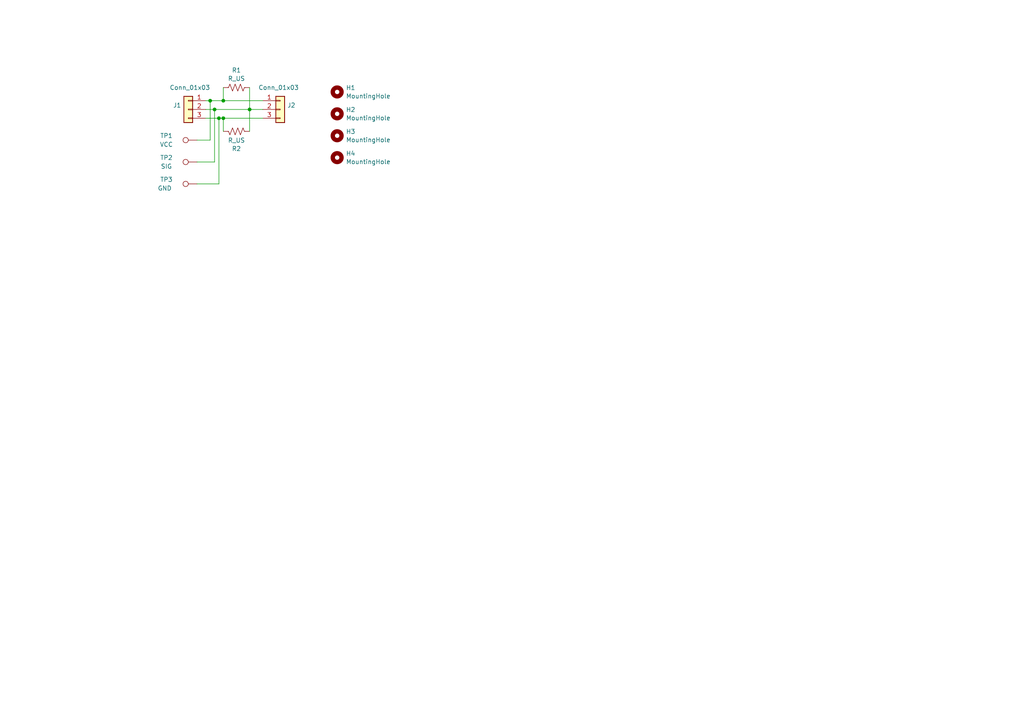
<source format=kicad_sch>
(kicad_sch (version 20230121) (generator eeschema)
  (paper "A4")
  (lib_symbols
    (symbol "Connector:TestPoint" (pin_numbers hide) (pin_names (offset 0.762) hide)
      (property "Reference" "TP" (at 0 6.858 0))
      (property "Value" "TestPoint" (at 0 5.08 0))
      (symbol "TestPoint_0_1"
        (circle (center 0 3.302) (radius 0.762))
      )
      (symbol "TestPoint_1_1"
        (pin passive line (at 0 0 90) (length 2.54) (name "1") (number "1"))
      )
    )
    (symbol "Connector_Generic:Conn_01x03" (pin_names (offset 1.016) hide)
      (property "Reference" "J" (at 0 5.08 0))
      (property "Value" "Conn_01x03" (at 0 -5.08 0))
      (symbol "Conn_01x03_1_1"
        (rectangle (start -1.27 -2.413) (end 0 -2.667) (stroke (width 0.1524)))
        (rectangle (start -1.27 0.127) (end 0 -0.127) (stroke (width 0.1524)))
        (rectangle (start -1.27 2.667) (end 0 2.413) (stroke (width 0.1524)))
        (rectangle (start -1.27 3.81) (end 1.27 -3.81) (stroke (width 0.254)) (fill (type background)))
        (pin passive line (at -5.08 2.54 0) (length 3.81) (name "Pin_1") (number "1"))
        (pin passive line (at -5.08 0 0) (length 3.81) (name "Pin_2") (number "2"))
        (pin passive line (at -5.08 -2.54 0) (length 3.81) (name "Pin_3") (number "3"))
      )
    )
    (symbol "Device:R_US" (pin_numbers hide) (pin_names (offset 0))
      (property "Reference" "R" (at 2.54 0 90))
      (property "Value" "R_US" (at -2.54 0 90))
      (symbol "R_US_0_1"
        (polyline (pts (xy 0 -2.286) (xy 0 -2.54)))
        (polyline (pts (xy 0 2.286) (xy 0 2.54)))
        (polyline (pts (xy 0 -0.762) (xy 1.016 -1.143) (xy 0 -1.524) (xy -1.016 -1.905) (xy 0 -2.286)))
        (polyline (pts (xy 0 0.762) (xy 1.016 0.381) (xy 0 0) (xy -1.016 -0.381) (xy 0 -0.762)))
        (polyline (pts (xy 0 2.286) (xy 1.016 1.905) (xy 0 1.524) (xy -1.016 1.143) (xy 0 0.762)))
      )
      (symbol "R_US_1_1"
        (pin passive line (at 0 3.81 270) (length 1.27) (name "~") (number "1"))
        (pin passive line (at 0 -3.81 90) (length 1.27) (name "~") (number "2"))
      )
    )
    (symbol "Mechanical:MountingHole" (pin_names (offset 1.016))
      (property "Reference" "H" (at 0 5.08 0))
      (property "Value" "MountingHole" (at 0 3.175 0))
      (symbol "MountingHole_0_1"
        (circle (center 0 0) (radius 1.27) (stroke (width 1.27)))
      )
    )
  )
  (junction (at 64.77 34.29))
  (junction (at 72.39 31.75))
  (junction (at 63.5 34.29))
  (junction (at 62.23 31.75))
  (junction (at 64.77 29.21))
  (junction (at 60.96 29.21))
  (wire (pts (xy 64.77 34.29) (xy 76.2 34.29)))
  (wire (pts (xy 57.15 40.64) (xy 60.96 40.64)))
  (wire (pts (xy 60.96 40.64) (xy 60.96 29.21)))
  (wire (pts (xy 64.77 25.4) (xy 64.77 29.21)))
  (wire (pts (xy 64.77 29.21) (xy 76.2 29.21)))
  (wire (pts (xy 63.5 34.29) (xy 64.77 34.29)))
  (wire (pts (xy 59.69 34.29) (xy 63.5 34.29)))
  (wire (pts (xy 57.15 46.99) (xy 62.23 46.99)))
  (wire (pts (xy 72.39 31.75) (xy 76.2 31.75)))
  (wire (pts (xy 62.23 31.75) (xy 62.23 46.99)))
  (wire (pts (xy 72.39 25.4) (xy 72.39 31.75)))
  (wire (pts (xy 57.15 53.34) (xy 63.5 53.34)))
  (wire (pts (xy 64.77 34.29) (xy 64.77 38.1)))
  (wire (pts (xy 72.39 31.75) (xy 72.39 38.1)))
  (wire (pts (xy 60.96 29.21) (xy 64.77 29.21)))
  (wire (pts (xy 59.69 31.75) (xy 62.23 31.75)))
  (wire (pts (xy 63.5 53.34) (xy 63.5 34.29)))
  (wire (pts (xy 59.69 29.21) (xy 60.96 29.21)))
  (wire (pts (xy 62.23 31.75) (xy 72.39 31.75)))
  (symbol (lib_id "Mechanical:MountingHole") (at 97.79 45.72 0) (unit 1)
    (property "Reference" "H4" (at 100.33 44.5079 0) (effects (justify left)))
    (property "Value" "MountingHole" (at 100.33 46.9321 0) (effects (justify left)))
    (property "Footprint" "MountingHole:MountingHole_2.2mm_M2" (effects hide))
  )
  (symbol (lib_id "Connector:TestPoint") (at 57.15 46.99 90) (unit 1)
    (property "Reference" "TP2" (at 48.26 45.72 90))
    (property "Value" "SIG" (at 48.26 48.26 90))
    (property "Footprint" "TestPoint:TestPoint_THTPad_3.0x3.0mm_Drill1.5mm" (effects hide))
  )
  (symbol (lib_id "Mechanical:MountingHole") (at 97.79 39.37 0) (unit 1)
    (property "Reference" "H3" (at 100.33 38.1579 0) (effects (justify left)))
    (property "Value" "MountingHole" (at 100.33 40.5821 0) (effects (justify left)))
    (property "Footprint" "MountingHole:MountingHole_2.2mm_M2" (effects hide))
  )
  (symbol (lib_id "Device:R_US") (at 68.58 25.4 90) (unit 1)
    (property "Reference" "R1" (at 68.58 20.3667 90))
    (property "Value" "R_US" (at 68.58 22.7909 90))
    (property "Footprint" "Resistor_SMD:R_0805_2012Metric_Pad1.20x1.40mm_HandSolder" (effects hide))
  )
  (symbol (lib_id "Connector:TestPoint") (at 57.15 53.34 90) (unit 1)
    (property "Reference" "TP3" (at 48.26 52.07 90))
    (property "Value" "GND " (at 48.26 54.61 90))
    (property "Footprint" "TestPoint:TestPoint_THTPad_3.0x3.0mm_Drill1.5mm" (effects hide))
  )
  (symbol (lib_id "Connector_Generic:Conn_01x03") (at 54.61 31.75 0) (mirror y) (unit 1)
    (property "Reference" "J1" (at 52.578 30.5379 0) (effects (justify left)))
    (property "Value" "Conn_01x03" (at 60.96 25.4 0) (effects (justify left)))
    (property "Footprint" "conn:connmale" (effects hide))
  )
  (symbol (lib_id "Mechanical:MountingHole") (at 97.79 33.02 0) (unit 1)
    (property "Reference" "H2" (at 100.33 31.8079 0) (effects (justify left)))
    (property "Value" "MountingHole" (at 100.33 34.2321 0) (effects (justify left)))
    (property "Footprint" "MountingHole:MountingHole_2.2mm_M2" (effects hide))
  )
  (symbol (lib_id "Device:R_US") (at 68.58 38.1 270) (mirror x) (unit 1)
    (property "Reference" "R2" (at 68.58 43.1333 90))
    (property "Value" "R_US" (at 68.58 40.7091 90))
    (property "Footprint" "Resistor_SMD:R_0805_2012Metric_Pad1.20x1.40mm_HandSolder" (effects hide))
  )
  (symbol (lib_id "Connector:TestPoint") (at 57.15 40.64 90) (unit 1)
    (property "Reference" "TP1" (at 48.26 39.37 90))
    (property "Value" "VCC" (at 48.26 41.91 90))
    (property "Footprint" "TestPoint:TestPoint_THTPad_3.0x3.0mm_Drill1.5mm" (effects hide))
  )
  (symbol (lib_id "Mechanical:MountingHole") (at 97.79 26.67 0) (unit 1)
    (property "Reference" "H1" (at 100.33 25.4579 0) (effects (justify left)))
    (property "Value" "MountingHole" (at 100.33 27.8821 0) (effects (justify left)))
    (property "Footprint" "MountingHole:MountingHole_2.2mm_M2" (effects hide))
  )
  (symbol (lib_id "Connector_Generic:Conn_01x03") (at 81.28 31.75 0) (unit 1)
    (property "Reference" "J2" (at 83.312 30.5379 0) (effects (justify left)))
    (property "Value" "Conn_01x03" (at 74.93 25.4 0) (effects (justify left)))
    (property "Footprint" "conn:connfemale" (effects hide))
  )
)
</source>
